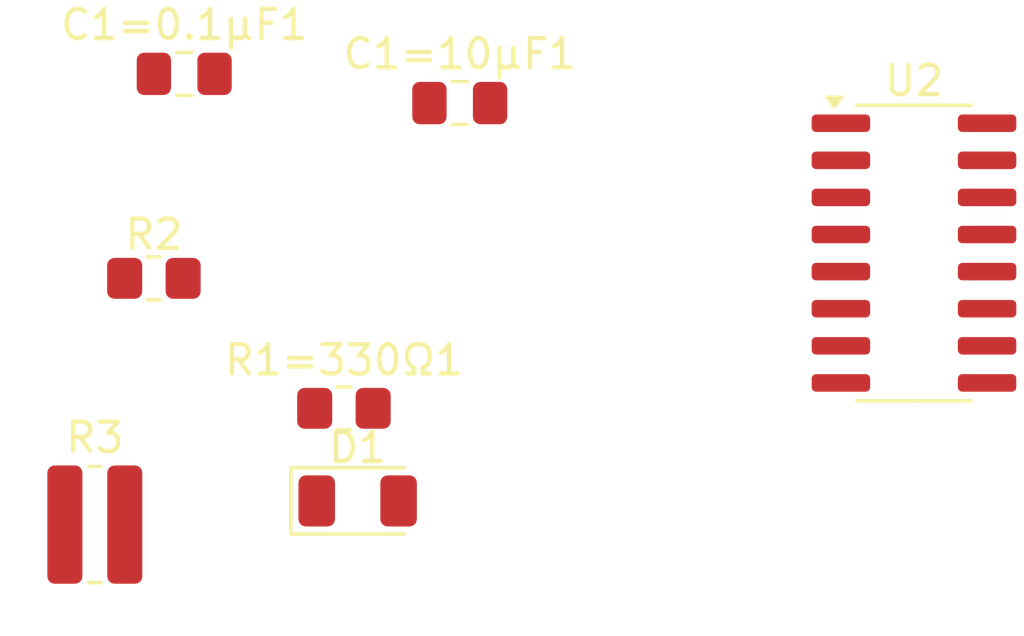
<source format=kicad_pcb>
(kicad_pcb (version 20240108) (generator "pcbnew") (generator_version "8.0")
  (layers (0 "F.Cu" signal) (31 "B.Cu" signal) (34 "B.Paste" user) (35 "F.Paste" user) (36 "B.SilkS" user "B.Silkscreen") (37 "F.SilkS" user "F.Silkscreen") (38 "B.Mask" user) (39 "F.Mask" user) (44 "Edge.Cuts" user))
  (net 0 "")
  (net 1 "5V")
  (net 2 "GND")
  (net 3 "VCC")
  (net 4 "Net-(D1-A)")
  (net 5 "Net-(SW1-C)")
  (net 6 "Net-(J1-Pin_2)")
  (net 7 "Net-(U2-E-)")
  (net 8 "Net-(J1-Pin_1)")
  (net 9 "Net-(U2-E+)")
  (footprint "Resistor_SMD:R_0805_2012Metric_Pad1.20x1.40mm_HandSolder" (layer "F.Cu") (at 110.5 90.45)
    (property "Reference" "R1=330Ω1" (at 0 -1.65 0) (layer "F.SilkS"))
    (property "Value" "R")
    (fp_line (start -0.227064 -0.735) (end 0.227064 -0.735) (stroke (width 0.12)) (layer "F.SilkS"))
    (fp_line (start -0.227064 0.735) (end 0.227064 0.735) (stroke (width 0.12)) (layer "F.SilkS"))
    (pad "1" smd roundrect (at -1 0) (size 1.2 1.4) (layers "F.Cu" "F.Paste" "F.Mask") (roundrect_rratio 0.208333) (net 5 "Net-(SW1-C)"))
    (pad "2" smd roundrect (at 1 0) (size 1.2 1.4) (layers "F.Cu" "F.Paste" "F.Mask") (roundrect_rratio 0.208333) (net 4 "Net-(D1-A)"))
  )
  (footprint "Capacitor_SMD:C_0805_2012Metric_Pad1.18x1.45mm_HandSolder" (layer "F.Cu") (at 114.4625 80)
    (property "Reference" "C1=10µF1" (at 0 -1.68 0) (layer "F.SilkS"))
    (property "Value" "C")
    (fp_line (start -0.261252 -0.735) (end 0.261252 -0.735) (stroke (width 0.12)) (layer "F.SilkS"))
    (fp_line (start -0.261252 0.735) (end 0.261252 0.735) (stroke (width 0.12)) (layer "F.SilkS"))
    (pad "1" smd roundrect (at -1.0375 0) (size 1.175 1.45) (layers "F.Cu" "F.Paste" "F.Mask") (roundrect_rratio 0.212766) (net 2 "GND"))
    (pad "2" smd roundrect (at 1.0375 0) (size 1.175 1.45) (layers "F.Cu" "F.Paste" "F.Mask") (roundrect_rratio 0.212766) (net 3 "VCC"))
  )
  (footprint "LED_SMD:LED_1206_3216Metric" (layer "F.Cu") (at 110.97 93.62)
    (property "Reference" "D1" (at 0 -1.82 0) (layer "F.SilkS"))
    (property "Value" "IR26-21C_L110_TR8")
    (fp_line (start -2.285 -1.135) (end -2.285 1.135) (stroke (width 0.12)) (layer "F.SilkS"))
    (fp_line (start -2.285 1.135) (end 1.6 1.135) (stroke (width 0.12)) (layer "F.SilkS"))
    (fp_line (start 1.6 -1.135) (end -2.285 -1.135) (stroke (width 0.12)) (layer "F.SilkS"))
    (pad "1" smd roundrect (at -1.4 0) (size 1.25 1.75) (layers "F.Cu" "F.Paste" "F.Mask") (roundrect_rratio 0.2) (net 2 "GND"))
    (pad "2" smd roundrect (at 1.4 0) (size 1.25 1.75) (layers "F.Cu" "F.Paste" "F.Mask") (roundrect_rratio 0.2) (net 4 "Net-(D1-A)"))
  )
  (footprint "Capacitor_SMD:C_0805_2012Metric_Pad1.18x1.45mm_HandSolder" (layer "F.Cu") (at 105.0375 79)
    (property "Reference" "C1=0.1µF1" (at 0 -1.68 0) (layer "F.SilkS"))
    (property "Value" "C")
    (fp_line (start -0.261252 -0.735) (end 0.261252 -0.735) (stroke (width 0.12)) (layer "F.SilkS"))
    (fp_line (start -0.261252 0.735) (end 0.261252 0.735) (stroke (width 0.12)) (layer "F.SilkS"))
    (pad "1" smd roundrect (at -1.0375 0) (size 1.175 1.45) (layers "F.Cu" "F.Paste" "F.Mask") (roundrect_rratio 0.212766) (net 2 "GND"))
    (pad "2" smd roundrect (at 1.0375 0) (size 1.175 1.45) (layers "F.Cu" "F.Paste" "F.Mask") (roundrect_rratio 0.212766) (net 1 "5V"))
  )
  (footprint "Resistor_SMD:R_0805_2012Metric_Pad1.20x1.40mm_HandSolder" (layer "F.Cu") (at 104 86)
    (property "Reference" "R2" (at 0 -1.5 0) (layer "F.SilkS"))
    (property "Value" "R=100Ω")
    (fp_line (start -0.227064 -0.735) (end 0.227064 -0.735) (stroke (width 0.12)) (layer "F.SilkS"))
    (fp_line (start -0.227064 0.735) (end 0.227064 0.735) (stroke (width 0.12)) (layer "F.SilkS"))
    (pad "1" smd roundrect (at -1 0) (size 1.2 1.4) (layers "F.Cu" "F.Paste" "F.Mask") (roundrect_rratio 0.208333) (net 6 "Net-(J1-Pin_2)"))
    (pad "2" smd roundrect (at 1 0) (size 1.2 1.4) (layers "F.Cu" "F.Paste" "F.Mask") (roundrect_rratio 0.208333) (net 7 "Net-(U2-E-)"))
  )
  (footprint "Resistor_SMD:R_0815_2038Metric_Pad1.20x4.05mm_HandSolder" (layer "F.Cu") (at 101.98 94.43)
    (property "Reference" "R3" (at 0 -2.98 0) (layer "F.SilkS"))
    (property "Value" "R=100Ω")
    (fp_line (start -0.210242 -1.985) (end 0.210242 -1.985) (stroke (width 0.12)) (layer "F.SilkS"))
    (fp_line (start -0.210242 1.985) (end 0.210242 1.985) (stroke (width 0.12)) (layer "F.SilkS"))
    (pad "1" smd roundrect (at -1.025 0) (size 1.2 4.05) (layers "F.Cu" "F.Paste" "F.Mask") (roundrect_rratio 0.208333) (net 8 "Net-(J1-Pin_1)"))
    (pad "2" smd roundrect (at 1.025 0) (size 1.2 4.05) (layers "F.Cu" "F.Paste" "F.Mask") (roundrect_rratio 0.208333) (net 9 "Net-(U2-E+)"))
  )
  (footprint "Package_SO:SOP-16_3.9x9.9mm_P1.27mm" (layer "F.Cu") (at 130 85.135)
    (property "Reference" "U2" (at 0 -5.9 0) (layer "F.SilkS"))
    (property "Value" "HX711")
    (fp_line (start 0 -5.06) (end -1.95 -5.06) (stroke (width 0.12)) (layer "F.SilkS"))
    (fp_line (start 0 -5.06) (end 1.95 -5.06) (stroke (width 0.12)) (layer "F.SilkS"))
    (fp_line (start 0 5.06) (end -1.95 5.06) (stroke (width 0.12)) (layer "F.SilkS"))
    (fp_line (start 0 5.06) (end 1.95 5.06) (stroke (width 0.12)) (layer "F.SilkS"))
    (fp_poly (pts (xy -2.725 -5.005) (xy -2.965 -5.335) (xy -2.485 -5.335) (xy -2.725 -5.005)) (stroke (width 0.12)) (fill solid) (layer "F.SilkS"))
    (pad "1" smd roundrect (at -2.5 -4.445) (size 2 0.6) (layers "F.Cu" "F.Paste" "F.Mask"))
    (pad "2" smd roundrect (at -2.5 -3.175) (size 2 0.6) (layers "F.Cu" "F.Paste" "F.Mask"))
    (pad "3" smd roundrect (at -2.5 -1.905) (size 2 0.6) (layers "F.Cu" "F.Paste" "F.Mask"))
    (pad "4" smd roundrect (at -2.5 -0.635) (size 2 0.6) (layers "F.Cu" "F.Paste" "F.Mask"))
    (pad "5" smd roundrect (at -2.5 0.635) (size 2 0.6) (layers "F.Cu" "F.Paste" "F.Mask"))
    (pad "6" smd roundrect (at -2.5 1.905) (size 2 0.6) (layers "F.Cu" "F.Paste" "F.Mask"))
    (pad "7" smd roundrect (at -2.5 3.175) (size 2 0.6) (layers "F.Cu" "F.Paste" "F.Mask"))
    (pad "8" smd roundrect (at -2.5 4.445) (size 2 0.6) (layers "F.Cu" "F.Paste" "F.Mask"))
    (pad "9" smd roundrect (at 2.5 4.445) (size 2 0.6) (layers "F.Cu" "F.Paste" "F.Mask"))
    (pad "10" smd roundrect (at 2.5 3.175) (size 2 0.6) (layers "F.Cu" "F.Paste" "F.Mask"))
    (pad "11" smd roundrect (at 2.5 1.905) (size 2 0.6) (layers "F.Cu" "F.Paste" "F.Mask"))
    (pad "12" smd roundrect (at 2.5 0.635) (size 2 0.6) (layers "F.Cu" "F.Paste" "F.Mask"))
    (pad "13" smd roundrect (at 2.5 -0.635) (size 2 0.6) (layers "F.Cu" "F.Paste" "F.Mask"))
    (pad "14" smd roundrect (at 2.5 -1.905) (size 2 0.6) (layers "F.Cu" "F.Paste" "F.Mask"))
    (pad "15" smd roundrect (at 2.5 -3.175) (size 2 0.6) (layers "F.Cu" "F.Paste" "F.Mask"))
    (pad "16" smd roundrect (at 2.5 -4.445) (size 2 0.6) (layers "F.Cu" "F.Paste" "F.Mask"))
  )
)
</source>
